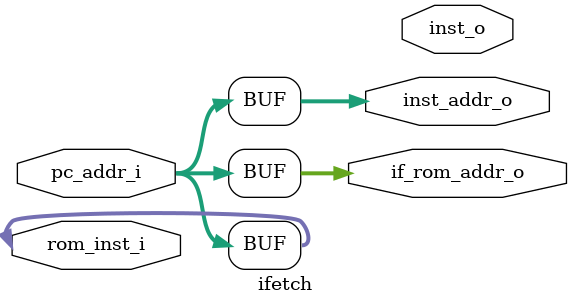
<source format=v>
module ifetch(
	input  wire[31:0]	 pc_addr_i,
	input  wire[31:0]	 rom_inst_i,
	output wire [31:0]	 if_rom_addr_o,
	output wire[31:0]	 inst_addr_o,
	output wire [31:0]	 inst_o
);
	assign if_rom_addr_o  	= pc_addr_i;
	assign inst_addr_o	    = pc_addr_i;
	assign inst_addr_o	    = rom_inst_i;
endmodule
</source>
